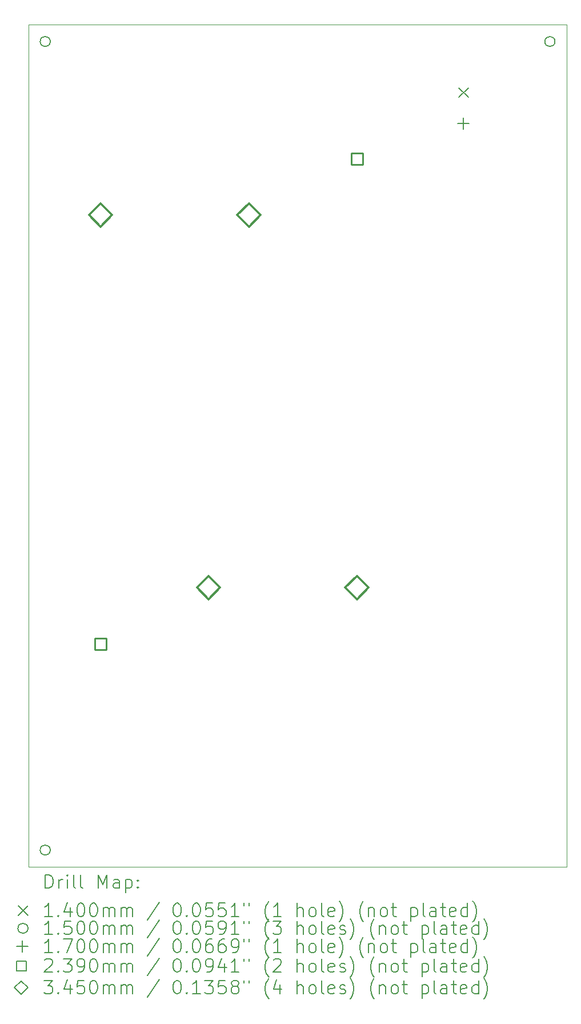
<source format=gbr>
%TF.GenerationSoftware,KiCad,Pcbnew,6.0.11+dfsg-1*%
%TF.CreationDate,2023-09-05T11:20:03+01:00*%
%TF.ProjectId,low-noise-power-probe-panel,6c6f772d-6e6f-4697-9365-2d706f776572,rev?*%
%TF.SameCoordinates,Original*%
%TF.FileFunction,Drillmap*%
%TF.FilePolarity,Positive*%
%FSLAX45Y45*%
G04 Gerber Fmt 4.5, Leading zero omitted, Abs format (unit mm)*
G04 Created by KiCad (PCBNEW 6.0.11+dfsg-1) date 2023-09-05 11:20:03*
%MOMM*%
%LPD*%
G01*
G04 APERTURE LIST*
%ADD10C,0.100000*%
%ADD11C,0.200000*%
%ADD12C,0.140000*%
%ADD13C,0.150000*%
%ADD14C,0.170000*%
%ADD15C,0.239000*%
%ADD16C,0.345000*%
G04 APERTURE END LIST*
D10*
X24989117Y-14479987D02*
X24989165Y-14479980D01*
X24989068Y-14479992D02*
X24989117Y-14479987D01*
X24989970Y-2000786D02*
X24989958Y-2000739D01*
X17010056Y-2000692D02*
X17010042Y-2000739D01*
X17010006Y-14479019D02*
X17010008Y-14479068D01*
X17010883Y-14479987D02*
X17010932Y-14479992D01*
X17010739Y-14479958D02*
X17010786Y-14479970D01*
X24989570Y-14479812D02*
X24989610Y-14479783D01*
X24989970Y-14479214D02*
X24989980Y-14479165D01*
X24989865Y-14479487D02*
X24989888Y-14479444D01*
X17010646Y-14479927D02*
X17010692Y-14479944D01*
X24989812Y-2000430D02*
X24989783Y-2000390D01*
X24989308Y-2000056D02*
X24989261Y-2000042D01*
X17010281Y-14479684D02*
X17010316Y-14479719D01*
X24989261Y-14479958D02*
X24989308Y-14479944D01*
X24989888Y-2000556D02*
X24989865Y-2000512D01*
X17010352Y-14479752D02*
X17010390Y-14479783D01*
X17010883Y-2000013D02*
X17010834Y-2000020D01*
X17010739Y-2000042D02*
X17010692Y-2000056D01*
X17010188Y-2000430D02*
X17010161Y-2000470D01*
X17010513Y-14479865D02*
X17010556Y-14479888D01*
X24989444Y-2000112D02*
X24989400Y-2000091D01*
X24989865Y-2000512D02*
X24989839Y-2000470D01*
X17010556Y-14479888D02*
X17010600Y-14479909D01*
X17010072Y-14479354D02*
X17010091Y-14479400D01*
X17011203Y-2000000D02*
X17010981Y-2000006D01*
X24988773Y-2000000D02*
X17011227Y-2000000D01*
X24989214Y-14479970D02*
X24989261Y-14479958D01*
X17010470Y-14479839D02*
X17010513Y-14479865D01*
X17010834Y-14479980D02*
X17010883Y-14479987D01*
X17010600Y-14479909D02*
X17010646Y-14479927D01*
X24989994Y-14479019D02*
X24990000Y-14478797D01*
X17010030Y-2000786D02*
X17010020Y-2000834D01*
X17010042Y-14479261D02*
X17010056Y-14479308D01*
X17010692Y-2000056D02*
X17010646Y-2000072D01*
X24989987Y-14479117D02*
X24989992Y-14479068D01*
X24989888Y-14479444D02*
X24989909Y-14479400D01*
X17010281Y-2000316D02*
X17010248Y-2000352D01*
X24989752Y-14479648D02*
X24989783Y-14479610D01*
X24989980Y-2000834D02*
X24989970Y-2000786D01*
X17010000Y-14478797D02*
X17010006Y-14479019D01*
X24989354Y-2000072D02*
X24989308Y-2000056D01*
X17010470Y-2000160D02*
X17010430Y-2000188D01*
X17010135Y-14479487D02*
X17010161Y-14479529D01*
X17010000Y-14478773D02*
X17010000Y-14478797D01*
X24988773Y-14480000D02*
X24988797Y-14480000D01*
X17010430Y-2000188D02*
X17010390Y-2000217D01*
X24989019Y-14479994D02*
X24989068Y-14479992D01*
X24989909Y-14479400D02*
X24989927Y-14479354D01*
X24989308Y-14479944D02*
X24989354Y-14479927D01*
X24989944Y-14479308D02*
X24989958Y-14479261D01*
X17010161Y-14479529D02*
X17010188Y-14479570D01*
X24988797Y-14480000D02*
X24989019Y-14479994D01*
X24989994Y-2000981D02*
X24989992Y-2000932D01*
X24989752Y-2000352D02*
X24989719Y-2000316D01*
X24989839Y-2000470D02*
X24989812Y-2000430D01*
X24989783Y-2000390D02*
X24989752Y-2000352D01*
X17010981Y-2000006D02*
X17010981Y-2000006D01*
X17010006Y-2000981D02*
X17010000Y-2001203D01*
X24989648Y-14479752D02*
X24989684Y-14479719D01*
X24989068Y-2000008D02*
X24989019Y-2000006D01*
X17010000Y-2001227D02*
X17010000Y-14478773D01*
X24989909Y-2000600D02*
X24989888Y-2000556D01*
X17010786Y-14479970D02*
X17010834Y-14479980D01*
X17010091Y-14479400D02*
X17010112Y-14479444D01*
X24989783Y-14479610D02*
X24989812Y-14479570D01*
X17010786Y-2000030D02*
X17010739Y-2000042D01*
X24989992Y-14479068D02*
X24989994Y-14479019D01*
X24989487Y-2000135D02*
X24989444Y-2000112D01*
X24990000Y-2001227D02*
X24990000Y-2001203D01*
X24989400Y-2000091D02*
X24989354Y-2000072D01*
X24989165Y-2000020D02*
X24989117Y-2000013D01*
X24989958Y-14479261D02*
X24989970Y-14479214D01*
X24989719Y-2000316D02*
X24989684Y-2000281D01*
X24989812Y-14479570D02*
X24989839Y-14479529D01*
X17010112Y-14479444D02*
X17010135Y-14479487D01*
X24989261Y-2000042D02*
X24989214Y-2000030D01*
X24989927Y-2000645D02*
X24989909Y-2000600D01*
X24988797Y-2000000D02*
X24988773Y-2000000D01*
X24990000Y-14478797D02*
X24990000Y-14478773D01*
X17010008Y-14479068D02*
X17010013Y-14479117D01*
X17010112Y-2000556D02*
X17010091Y-2000600D01*
X17010692Y-14479944D02*
X17010739Y-14479958D01*
X17010834Y-2000020D02*
X17010786Y-2000030D01*
X17010248Y-14479648D02*
X17010281Y-14479684D01*
X24990000Y-2001203D02*
X24989994Y-2000981D01*
X17010056Y-14479308D02*
X17010072Y-14479354D01*
X17010217Y-14479610D02*
X17010248Y-14479648D01*
X24989444Y-14479888D02*
X24989487Y-14479865D01*
X24989529Y-2000160D02*
X24989487Y-2000135D01*
X24989487Y-14479865D02*
X24989529Y-14479839D01*
X17010030Y-14479214D02*
X17010042Y-14479261D01*
X17010008Y-2000932D02*
X17010006Y-2000981D01*
X24989610Y-2000217D02*
X24989570Y-2000188D01*
X24989570Y-2000188D02*
X24989529Y-2000160D01*
X17010981Y-14479994D02*
X17011203Y-14480000D01*
X24989354Y-14479927D02*
X24989400Y-14479909D01*
X24989980Y-14479165D02*
X24989987Y-14479117D01*
X17011203Y-14480000D02*
X17011227Y-14480000D01*
X17010316Y-14479719D02*
X17010352Y-14479752D01*
X17010390Y-14479783D02*
X17010430Y-14479812D01*
X24989958Y-2000739D02*
X24989944Y-2000692D01*
X17010135Y-2000512D02*
X17010112Y-2000556D01*
X24989684Y-14479719D02*
X24989719Y-14479684D01*
X24989019Y-2000006D02*
X24988797Y-2000000D01*
X17010020Y-14479165D02*
X17010030Y-14479214D01*
X24989165Y-14479980D02*
X24989214Y-14479970D01*
X17010932Y-14479992D02*
X17010981Y-14479994D01*
X17010013Y-14479117D02*
X17010020Y-14479165D01*
X24989992Y-2000932D02*
X24989987Y-2000883D01*
X17010217Y-2000390D02*
X17010188Y-2000430D01*
X24989610Y-14479783D02*
X24989648Y-14479752D01*
X24989648Y-2000248D02*
X24989610Y-2000217D01*
X24989529Y-14479839D02*
X24989570Y-14479812D01*
X17010981Y-2000006D02*
X17010932Y-2000008D01*
X17010352Y-2000248D02*
X17010316Y-2000281D01*
X17011227Y-2000000D02*
X17011203Y-2000000D01*
X17010248Y-2000352D02*
X17010217Y-2000390D01*
X17010932Y-2000008D02*
X17010883Y-2000013D01*
X17010072Y-2000645D02*
X17010056Y-2000692D01*
X17010161Y-2000470D02*
X17010135Y-2000512D01*
X17010020Y-2000834D02*
X17010013Y-2000883D01*
X24990000Y-14478773D02*
X24990000Y-2001227D01*
X24989944Y-2000692D02*
X24989927Y-2000645D01*
X17010600Y-2000091D02*
X17010556Y-2000112D01*
X17010390Y-2000217D02*
X17010352Y-2000248D01*
X17010556Y-2000112D02*
X17010513Y-2000135D01*
X24989987Y-2000883D02*
X24989980Y-2000834D01*
X17011227Y-14480000D02*
X24988773Y-14480000D01*
X17010000Y-2001203D02*
X17010000Y-2001227D01*
X17010013Y-2000883D02*
X17010008Y-2000932D01*
X17010091Y-2000600D02*
X17010072Y-2000645D01*
X24989839Y-14479529D02*
X24989865Y-14479487D01*
X17010646Y-2000072D02*
X17010600Y-2000091D01*
X24989400Y-14479909D02*
X24989444Y-14479888D01*
X24989684Y-2000281D02*
X24989648Y-2000248D01*
X24989927Y-14479354D02*
X24989944Y-14479308D01*
X17010316Y-2000281D02*
X17010281Y-2000316D01*
X24989214Y-2000030D02*
X24989165Y-2000020D01*
X17010513Y-2000135D02*
X17010470Y-2000160D01*
X24989719Y-14479684D02*
X24989752Y-14479648D01*
X24989117Y-2000013D02*
X24989068Y-2000008D01*
X17010188Y-14479570D02*
X17010217Y-14479610D01*
X17010042Y-2000739D02*
X17010030Y-2000786D01*
X17010430Y-14479812D02*
X17010470Y-14479839D01*
D11*
D12*
X23390000Y-2935000D02*
X23530000Y-3075000D01*
X23530000Y-2935000D02*
X23390000Y-3075000D01*
D13*
X17335000Y-2250000D02*
G75*
G03*
X17335000Y-2250000I-75000J0D01*
G01*
X17335000Y-14230000D02*
G75*
G03*
X17335000Y-14230000I-75000J0D01*
G01*
X24815000Y-2250000D02*
G75*
G03*
X24815000Y-2250000I-75000J0D01*
G01*
D14*
X23460000Y-3380000D02*
X23460000Y-3550000D01*
X23375000Y-3465000D02*
X23545000Y-3465000D01*
D15*
X18164500Y-11257500D02*
X18164500Y-11088500D01*
X17995500Y-11088500D01*
X17995500Y-11257500D01*
X18164500Y-11257500D01*
X21964500Y-4071500D02*
X21964500Y-3902500D01*
X21795500Y-3902500D01*
X21795500Y-4071500D01*
X21964500Y-4071500D01*
D16*
X18080000Y-4992500D02*
X18252500Y-4820000D01*
X18080000Y-4647500D01*
X17907500Y-4820000D01*
X18080000Y-4992500D01*
X19680000Y-10512500D02*
X19852500Y-10340000D01*
X19680000Y-10167500D01*
X19507500Y-10340000D01*
X19680000Y-10512500D01*
X20280000Y-4992500D02*
X20452500Y-4820000D01*
X20280000Y-4647500D01*
X20107500Y-4820000D01*
X20280000Y-4992500D01*
X21880000Y-10512500D02*
X22052500Y-10340000D01*
X21880000Y-10167500D01*
X21707500Y-10340000D01*
X21880000Y-10512500D01*
D11*
X17262619Y-14795476D02*
X17262619Y-14595476D01*
X17310238Y-14595476D01*
X17338810Y-14605000D01*
X17357857Y-14624048D01*
X17367381Y-14643095D01*
X17376905Y-14681190D01*
X17376905Y-14709762D01*
X17367381Y-14747857D01*
X17357857Y-14766905D01*
X17338810Y-14785952D01*
X17310238Y-14795476D01*
X17262619Y-14795476D01*
X17462619Y-14795476D02*
X17462619Y-14662143D01*
X17462619Y-14700238D02*
X17472143Y-14681190D01*
X17481667Y-14671667D01*
X17500714Y-14662143D01*
X17519762Y-14662143D01*
X17586429Y-14795476D02*
X17586429Y-14662143D01*
X17586429Y-14595476D02*
X17576905Y-14605000D01*
X17586429Y-14614524D01*
X17595952Y-14605000D01*
X17586429Y-14595476D01*
X17586429Y-14614524D01*
X17710238Y-14795476D02*
X17691190Y-14785952D01*
X17681667Y-14766905D01*
X17681667Y-14595476D01*
X17815000Y-14795476D02*
X17795952Y-14785952D01*
X17786429Y-14766905D01*
X17786429Y-14595476D01*
X18043571Y-14795476D02*
X18043571Y-14595476D01*
X18110238Y-14738333D01*
X18176905Y-14595476D01*
X18176905Y-14795476D01*
X18357857Y-14795476D02*
X18357857Y-14690714D01*
X18348333Y-14671667D01*
X18329286Y-14662143D01*
X18291190Y-14662143D01*
X18272143Y-14671667D01*
X18357857Y-14785952D02*
X18338810Y-14795476D01*
X18291190Y-14795476D01*
X18272143Y-14785952D01*
X18262619Y-14766905D01*
X18262619Y-14747857D01*
X18272143Y-14728809D01*
X18291190Y-14719286D01*
X18338810Y-14719286D01*
X18357857Y-14709762D01*
X18453095Y-14662143D02*
X18453095Y-14862143D01*
X18453095Y-14671667D02*
X18472143Y-14662143D01*
X18510238Y-14662143D01*
X18529286Y-14671667D01*
X18538810Y-14681190D01*
X18548333Y-14700238D01*
X18548333Y-14757381D01*
X18538810Y-14776428D01*
X18529286Y-14785952D01*
X18510238Y-14795476D01*
X18472143Y-14795476D01*
X18453095Y-14785952D01*
X18634048Y-14776428D02*
X18643571Y-14785952D01*
X18634048Y-14795476D01*
X18624524Y-14785952D01*
X18634048Y-14776428D01*
X18634048Y-14795476D01*
X18634048Y-14671667D02*
X18643571Y-14681190D01*
X18634048Y-14690714D01*
X18624524Y-14681190D01*
X18634048Y-14671667D01*
X18634048Y-14690714D01*
D12*
X16865000Y-15055000D02*
X17005000Y-15195000D01*
X17005000Y-15055000D02*
X16865000Y-15195000D01*
D11*
X17367381Y-15215476D02*
X17253095Y-15215476D01*
X17310238Y-15215476D02*
X17310238Y-15015476D01*
X17291190Y-15044048D01*
X17272143Y-15063095D01*
X17253095Y-15072619D01*
X17453095Y-15196428D02*
X17462619Y-15205952D01*
X17453095Y-15215476D01*
X17443571Y-15205952D01*
X17453095Y-15196428D01*
X17453095Y-15215476D01*
X17634048Y-15082143D02*
X17634048Y-15215476D01*
X17586429Y-15005952D02*
X17538810Y-15148809D01*
X17662619Y-15148809D01*
X17776905Y-15015476D02*
X17795952Y-15015476D01*
X17815000Y-15025000D01*
X17824524Y-15034524D01*
X17834048Y-15053571D01*
X17843571Y-15091667D01*
X17843571Y-15139286D01*
X17834048Y-15177381D01*
X17824524Y-15196428D01*
X17815000Y-15205952D01*
X17795952Y-15215476D01*
X17776905Y-15215476D01*
X17757857Y-15205952D01*
X17748333Y-15196428D01*
X17738810Y-15177381D01*
X17729286Y-15139286D01*
X17729286Y-15091667D01*
X17738810Y-15053571D01*
X17748333Y-15034524D01*
X17757857Y-15025000D01*
X17776905Y-15015476D01*
X17967381Y-15015476D02*
X17986429Y-15015476D01*
X18005476Y-15025000D01*
X18015000Y-15034524D01*
X18024524Y-15053571D01*
X18034048Y-15091667D01*
X18034048Y-15139286D01*
X18024524Y-15177381D01*
X18015000Y-15196428D01*
X18005476Y-15205952D01*
X17986429Y-15215476D01*
X17967381Y-15215476D01*
X17948333Y-15205952D01*
X17938810Y-15196428D01*
X17929286Y-15177381D01*
X17919762Y-15139286D01*
X17919762Y-15091667D01*
X17929286Y-15053571D01*
X17938810Y-15034524D01*
X17948333Y-15025000D01*
X17967381Y-15015476D01*
X18119762Y-15215476D02*
X18119762Y-15082143D01*
X18119762Y-15101190D02*
X18129286Y-15091667D01*
X18148333Y-15082143D01*
X18176905Y-15082143D01*
X18195952Y-15091667D01*
X18205476Y-15110714D01*
X18205476Y-15215476D01*
X18205476Y-15110714D02*
X18215000Y-15091667D01*
X18234048Y-15082143D01*
X18262619Y-15082143D01*
X18281667Y-15091667D01*
X18291190Y-15110714D01*
X18291190Y-15215476D01*
X18386429Y-15215476D02*
X18386429Y-15082143D01*
X18386429Y-15101190D02*
X18395952Y-15091667D01*
X18415000Y-15082143D01*
X18443571Y-15082143D01*
X18462619Y-15091667D01*
X18472143Y-15110714D01*
X18472143Y-15215476D01*
X18472143Y-15110714D02*
X18481667Y-15091667D01*
X18500714Y-15082143D01*
X18529286Y-15082143D01*
X18548333Y-15091667D01*
X18557857Y-15110714D01*
X18557857Y-15215476D01*
X18948333Y-15005952D02*
X18776905Y-15263095D01*
X19205476Y-15015476D02*
X19224524Y-15015476D01*
X19243571Y-15025000D01*
X19253095Y-15034524D01*
X19262619Y-15053571D01*
X19272143Y-15091667D01*
X19272143Y-15139286D01*
X19262619Y-15177381D01*
X19253095Y-15196428D01*
X19243571Y-15205952D01*
X19224524Y-15215476D01*
X19205476Y-15215476D01*
X19186429Y-15205952D01*
X19176905Y-15196428D01*
X19167381Y-15177381D01*
X19157857Y-15139286D01*
X19157857Y-15091667D01*
X19167381Y-15053571D01*
X19176905Y-15034524D01*
X19186429Y-15025000D01*
X19205476Y-15015476D01*
X19357857Y-15196428D02*
X19367381Y-15205952D01*
X19357857Y-15215476D01*
X19348333Y-15205952D01*
X19357857Y-15196428D01*
X19357857Y-15215476D01*
X19491190Y-15015476D02*
X19510238Y-15015476D01*
X19529286Y-15025000D01*
X19538810Y-15034524D01*
X19548333Y-15053571D01*
X19557857Y-15091667D01*
X19557857Y-15139286D01*
X19548333Y-15177381D01*
X19538810Y-15196428D01*
X19529286Y-15205952D01*
X19510238Y-15215476D01*
X19491190Y-15215476D01*
X19472143Y-15205952D01*
X19462619Y-15196428D01*
X19453095Y-15177381D01*
X19443571Y-15139286D01*
X19443571Y-15091667D01*
X19453095Y-15053571D01*
X19462619Y-15034524D01*
X19472143Y-15025000D01*
X19491190Y-15015476D01*
X19738810Y-15015476D02*
X19643571Y-15015476D01*
X19634048Y-15110714D01*
X19643571Y-15101190D01*
X19662619Y-15091667D01*
X19710238Y-15091667D01*
X19729286Y-15101190D01*
X19738810Y-15110714D01*
X19748333Y-15129762D01*
X19748333Y-15177381D01*
X19738810Y-15196428D01*
X19729286Y-15205952D01*
X19710238Y-15215476D01*
X19662619Y-15215476D01*
X19643571Y-15205952D01*
X19634048Y-15196428D01*
X19929286Y-15015476D02*
X19834048Y-15015476D01*
X19824524Y-15110714D01*
X19834048Y-15101190D01*
X19853095Y-15091667D01*
X19900714Y-15091667D01*
X19919762Y-15101190D01*
X19929286Y-15110714D01*
X19938810Y-15129762D01*
X19938810Y-15177381D01*
X19929286Y-15196428D01*
X19919762Y-15205952D01*
X19900714Y-15215476D01*
X19853095Y-15215476D01*
X19834048Y-15205952D01*
X19824524Y-15196428D01*
X20129286Y-15215476D02*
X20015000Y-15215476D01*
X20072143Y-15215476D02*
X20072143Y-15015476D01*
X20053095Y-15044048D01*
X20034048Y-15063095D01*
X20015000Y-15072619D01*
X20205476Y-15015476D02*
X20205476Y-15053571D01*
X20281667Y-15015476D02*
X20281667Y-15053571D01*
X20576905Y-15291667D02*
X20567381Y-15282143D01*
X20548333Y-15253571D01*
X20538810Y-15234524D01*
X20529286Y-15205952D01*
X20519762Y-15158333D01*
X20519762Y-15120238D01*
X20529286Y-15072619D01*
X20538810Y-15044048D01*
X20548333Y-15025000D01*
X20567381Y-14996428D01*
X20576905Y-14986905D01*
X20757857Y-15215476D02*
X20643571Y-15215476D01*
X20700714Y-15215476D02*
X20700714Y-15015476D01*
X20681667Y-15044048D01*
X20662619Y-15063095D01*
X20643571Y-15072619D01*
X20995952Y-15215476D02*
X20995952Y-15015476D01*
X21081667Y-15215476D02*
X21081667Y-15110714D01*
X21072143Y-15091667D01*
X21053095Y-15082143D01*
X21024524Y-15082143D01*
X21005476Y-15091667D01*
X20995952Y-15101190D01*
X21205476Y-15215476D02*
X21186429Y-15205952D01*
X21176905Y-15196428D01*
X21167381Y-15177381D01*
X21167381Y-15120238D01*
X21176905Y-15101190D01*
X21186429Y-15091667D01*
X21205476Y-15082143D01*
X21234048Y-15082143D01*
X21253095Y-15091667D01*
X21262619Y-15101190D01*
X21272143Y-15120238D01*
X21272143Y-15177381D01*
X21262619Y-15196428D01*
X21253095Y-15205952D01*
X21234048Y-15215476D01*
X21205476Y-15215476D01*
X21386429Y-15215476D02*
X21367381Y-15205952D01*
X21357857Y-15186905D01*
X21357857Y-15015476D01*
X21538810Y-15205952D02*
X21519762Y-15215476D01*
X21481667Y-15215476D01*
X21462619Y-15205952D01*
X21453095Y-15186905D01*
X21453095Y-15110714D01*
X21462619Y-15091667D01*
X21481667Y-15082143D01*
X21519762Y-15082143D01*
X21538810Y-15091667D01*
X21548333Y-15110714D01*
X21548333Y-15129762D01*
X21453095Y-15148809D01*
X21615000Y-15291667D02*
X21624524Y-15282143D01*
X21643571Y-15253571D01*
X21653095Y-15234524D01*
X21662619Y-15205952D01*
X21672143Y-15158333D01*
X21672143Y-15120238D01*
X21662619Y-15072619D01*
X21653095Y-15044048D01*
X21643571Y-15025000D01*
X21624524Y-14996428D01*
X21615000Y-14986905D01*
X21976905Y-15291667D02*
X21967381Y-15282143D01*
X21948333Y-15253571D01*
X21938810Y-15234524D01*
X21929286Y-15205952D01*
X21919762Y-15158333D01*
X21919762Y-15120238D01*
X21929286Y-15072619D01*
X21938810Y-15044048D01*
X21948333Y-15025000D01*
X21967381Y-14996428D01*
X21976905Y-14986905D01*
X22053095Y-15082143D02*
X22053095Y-15215476D01*
X22053095Y-15101190D02*
X22062619Y-15091667D01*
X22081667Y-15082143D01*
X22110238Y-15082143D01*
X22129286Y-15091667D01*
X22138810Y-15110714D01*
X22138810Y-15215476D01*
X22262619Y-15215476D02*
X22243571Y-15205952D01*
X22234048Y-15196428D01*
X22224524Y-15177381D01*
X22224524Y-15120238D01*
X22234048Y-15101190D01*
X22243571Y-15091667D01*
X22262619Y-15082143D01*
X22291190Y-15082143D01*
X22310238Y-15091667D01*
X22319762Y-15101190D01*
X22329286Y-15120238D01*
X22329286Y-15177381D01*
X22319762Y-15196428D01*
X22310238Y-15205952D01*
X22291190Y-15215476D01*
X22262619Y-15215476D01*
X22386428Y-15082143D02*
X22462619Y-15082143D01*
X22415000Y-15015476D02*
X22415000Y-15186905D01*
X22424524Y-15205952D01*
X22443571Y-15215476D01*
X22462619Y-15215476D01*
X22681667Y-15082143D02*
X22681667Y-15282143D01*
X22681667Y-15091667D02*
X22700714Y-15082143D01*
X22738809Y-15082143D01*
X22757857Y-15091667D01*
X22767381Y-15101190D01*
X22776905Y-15120238D01*
X22776905Y-15177381D01*
X22767381Y-15196428D01*
X22757857Y-15205952D01*
X22738809Y-15215476D01*
X22700714Y-15215476D01*
X22681667Y-15205952D01*
X22891190Y-15215476D02*
X22872143Y-15205952D01*
X22862619Y-15186905D01*
X22862619Y-15015476D01*
X23053095Y-15215476D02*
X23053095Y-15110714D01*
X23043571Y-15091667D01*
X23024524Y-15082143D01*
X22986428Y-15082143D01*
X22967381Y-15091667D01*
X23053095Y-15205952D02*
X23034048Y-15215476D01*
X22986428Y-15215476D01*
X22967381Y-15205952D01*
X22957857Y-15186905D01*
X22957857Y-15167857D01*
X22967381Y-15148809D01*
X22986428Y-15139286D01*
X23034048Y-15139286D01*
X23053095Y-15129762D01*
X23119762Y-15082143D02*
X23195952Y-15082143D01*
X23148333Y-15015476D02*
X23148333Y-15186905D01*
X23157857Y-15205952D01*
X23176905Y-15215476D01*
X23195952Y-15215476D01*
X23338809Y-15205952D02*
X23319762Y-15215476D01*
X23281667Y-15215476D01*
X23262619Y-15205952D01*
X23253095Y-15186905D01*
X23253095Y-15110714D01*
X23262619Y-15091667D01*
X23281667Y-15082143D01*
X23319762Y-15082143D01*
X23338809Y-15091667D01*
X23348333Y-15110714D01*
X23348333Y-15129762D01*
X23253095Y-15148809D01*
X23519762Y-15215476D02*
X23519762Y-15015476D01*
X23519762Y-15205952D02*
X23500714Y-15215476D01*
X23462619Y-15215476D01*
X23443571Y-15205952D01*
X23434048Y-15196428D01*
X23424524Y-15177381D01*
X23424524Y-15120238D01*
X23434048Y-15101190D01*
X23443571Y-15091667D01*
X23462619Y-15082143D01*
X23500714Y-15082143D01*
X23519762Y-15091667D01*
X23595952Y-15291667D02*
X23605476Y-15282143D01*
X23624524Y-15253571D01*
X23634048Y-15234524D01*
X23643571Y-15205952D01*
X23653095Y-15158333D01*
X23653095Y-15120238D01*
X23643571Y-15072619D01*
X23634048Y-15044048D01*
X23624524Y-15025000D01*
X23605476Y-14996428D01*
X23595952Y-14986905D01*
D13*
X17005000Y-15389000D02*
G75*
G03*
X17005000Y-15389000I-75000J0D01*
G01*
D11*
X17367381Y-15479476D02*
X17253095Y-15479476D01*
X17310238Y-15479476D02*
X17310238Y-15279476D01*
X17291190Y-15308048D01*
X17272143Y-15327095D01*
X17253095Y-15336619D01*
X17453095Y-15460428D02*
X17462619Y-15469952D01*
X17453095Y-15479476D01*
X17443571Y-15469952D01*
X17453095Y-15460428D01*
X17453095Y-15479476D01*
X17643571Y-15279476D02*
X17548333Y-15279476D01*
X17538810Y-15374714D01*
X17548333Y-15365190D01*
X17567381Y-15355667D01*
X17615000Y-15355667D01*
X17634048Y-15365190D01*
X17643571Y-15374714D01*
X17653095Y-15393762D01*
X17653095Y-15441381D01*
X17643571Y-15460428D01*
X17634048Y-15469952D01*
X17615000Y-15479476D01*
X17567381Y-15479476D01*
X17548333Y-15469952D01*
X17538810Y-15460428D01*
X17776905Y-15279476D02*
X17795952Y-15279476D01*
X17815000Y-15289000D01*
X17824524Y-15298524D01*
X17834048Y-15317571D01*
X17843571Y-15355667D01*
X17843571Y-15403286D01*
X17834048Y-15441381D01*
X17824524Y-15460428D01*
X17815000Y-15469952D01*
X17795952Y-15479476D01*
X17776905Y-15479476D01*
X17757857Y-15469952D01*
X17748333Y-15460428D01*
X17738810Y-15441381D01*
X17729286Y-15403286D01*
X17729286Y-15355667D01*
X17738810Y-15317571D01*
X17748333Y-15298524D01*
X17757857Y-15289000D01*
X17776905Y-15279476D01*
X17967381Y-15279476D02*
X17986429Y-15279476D01*
X18005476Y-15289000D01*
X18015000Y-15298524D01*
X18024524Y-15317571D01*
X18034048Y-15355667D01*
X18034048Y-15403286D01*
X18024524Y-15441381D01*
X18015000Y-15460428D01*
X18005476Y-15469952D01*
X17986429Y-15479476D01*
X17967381Y-15479476D01*
X17948333Y-15469952D01*
X17938810Y-15460428D01*
X17929286Y-15441381D01*
X17919762Y-15403286D01*
X17919762Y-15355667D01*
X17929286Y-15317571D01*
X17938810Y-15298524D01*
X17948333Y-15289000D01*
X17967381Y-15279476D01*
X18119762Y-15479476D02*
X18119762Y-15346143D01*
X18119762Y-15365190D02*
X18129286Y-15355667D01*
X18148333Y-15346143D01*
X18176905Y-15346143D01*
X18195952Y-15355667D01*
X18205476Y-15374714D01*
X18205476Y-15479476D01*
X18205476Y-15374714D02*
X18215000Y-15355667D01*
X18234048Y-15346143D01*
X18262619Y-15346143D01*
X18281667Y-15355667D01*
X18291190Y-15374714D01*
X18291190Y-15479476D01*
X18386429Y-15479476D02*
X18386429Y-15346143D01*
X18386429Y-15365190D02*
X18395952Y-15355667D01*
X18415000Y-15346143D01*
X18443571Y-15346143D01*
X18462619Y-15355667D01*
X18472143Y-15374714D01*
X18472143Y-15479476D01*
X18472143Y-15374714D02*
X18481667Y-15355667D01*
X18500714Y-15346143D01*
X18529286Y-15346143D01*
X18548333Y-15355667D01*
X18557857Y-15374714D01*
X18557857Y-15479476D01*
X18948333Y-15269952D02*
X18776905Y-15527095D01*
X19205476Y-15279476D02*
X19224524Y-15279476D01*
X19243571Y-15289000D01*
X19253095Y-15298524D01*
X19262619Y-15317571D01*
X19272143Y-15355667D01*
X19272143Y-15403286D01*
X19262619Y-15441381D01*
X19253095Y-15460428D01*
X19243571Y-15469952D01*
X19224524Y-15479476D01*
X19205476Y-15479476D01*
X19186429Y-15469952D01*
X19176905Y-15460428D01*
X19167381Y-15441381D01*
X19157857Y-15403286D01*
X19157857Y-15355667D01*
X19167381Y-15317571D01*
X19176905Y-15298524D01*
X19186429Y-15289000D01*
X19205476Y-15279476D01*
X19357857Y-15460428D02*
X19367381Y-15469952D01*
X19357857Y-15479476D01*
X19348333Y-15469952D01*
X19357857Y-15460428D01*
X19357857Y-15479476D01*
X19491190Y-15279476D02*
X19510238Y-15279476D01*
X19529286Y-15289000D01*
X19538810Y-15298524D01*
X19548333Y-15317571D01*
X19557857Y-15355667D01*
X19557857Y-15403286D01*
X19548333Y-15441381D01*
X19538810Y-15460428D01*
X19529286Y-15469952D01*
X19510238Y-15479476D01*
X19491190Y-15479476D01*
X19472143Y-15469952D01*
X19462619Y-15460428D01*
X19453095Y-15441381D01*
X19443571Y-15403286D01*
X19443571Y-15355667D01*
X19453095Y-15317571D01*
X19462619Y-15298524D01*
X19472143Y-15289000D01*
X19491190Y-15279476D01*
X19738810Y-15279476D02*
X19643571Y-15279476D01*
X19634048Y-15374714D01*
X19643571Y-15365190D01*
X19662619Y-15355667D01*
X19710238Y-15355667D01*
X19729286Y-15365190D01*
X19738810Y-15374714D01*
X19748333Y-15393762D01*
X19748333Y-15441381D01*
X19738810Y-15460428D01*
X19729286Y-15469952D01*
X19710238Y-15479476D01*
X19662619Y-15479476D01*
X19643571Y-15469952D01*
X19634048Y-15460428D01*
X19843571Y-15479476D02*
X19881667Y-15479476D01*
X19900714Y-15469952D01*
X19910238Y-15460428D01*
X19929286Y-15431857D01*
X19938810Y-15393762D01*
X19938810Y-15317571D01*
X19929286Y-15298524D01*
X19919762Y-15289000D01*
X19900714Y-15279476D01*
X19862619Y-15279476D01*
X19843571Y-15289000D01*
X19834048Y-15298524D01*
X19824524Y-15317571D01*
X19824524Y-15365190D01*
X19834048Y-15384238D01*
X19843571Y-15393762D01*
X19862619Y-15403286D01*
X19900714Y-15403286D01*
X19919762Y-15393762D01*
X19929286Y-15384238D01*
X19938810Y-15365190D01*
X20129286Y-15479476D02*
X20015000Y-15479476D01*
X20072143Y-15479476D02*
X20072143Y-15279476D01*
X20053095Y-15308048D01*
X20034048Y-15327095D01*
X20015000Y-15336619D01*
X20205476Y-15279476D02*
X20205476Y-15317571D01*
X20281667Y-15279476D02*
X20281667Y-15317571D01*
X20576905Y-15555667D02*
X20567381Y-15546143D01*
X20548333Y-15517571D01*
X20538810Y-15498524D01*
X20529286Y-15469952D01*
X20519762Y-15422333D01*
X20519762Y-15384238D01*
X20529286Y-15336619D01*
X20538810Y-15308048D01*
X20548333Y-15289000D01*
X20567381Y-15260428D01*
X20576905Y-15250905D01*
X20634048Y-15279476D02*
X20757857Y-15279476D01*
X20691190Y-15355667D01*
X20719762Y-15355667D01*
X20738810Y-15365190D01*
X20748333Y-15374714D01*
X20757857Y-15393762D01*
X20757857Y-15441381D01*
X20748333Y-15460428D01*
X20738810Y-15469952D01*
X20719762Y-15479476D01*
X20662619Y-15479476D01*
X20643571Y-15469952D01*
X20634048Y-15460428D01*
X20995952Y-15479476D02*
X20995952Y-15279476D01*
X21081667Y-15479476D02*
X21081667Y-15374714D01*
X21072143Y-15355667D01*
X21053095Y-15346143D01*
X21024524Y-15346143D01*
X21005476Y-15355667D01*
X20995952Y-15365190D01*
X21205476Y-15479476D02*
X21186429Y-15469952D01*
X21176905Y-15460428D01*
X21167381Y-15441381D01*
X21167381Y-15384238D01*
X21176905Y-15365190D01*
X21186429Y-15355667D01*
X21205476Y-15346143D01*
X21234048Y-15346143D01*
X21253095Y-15355667D01*
X21262619Y-15365190D01*
X21272143Y-15384238D01*
X21272143Y-15441381D01*
X21262619Y-15460428D01*
X21253095Y-15469952D01*
X21234048Y-15479476D01*
X21205476Y-15479476D01*
X21386429Y-15479476D02*
X21367381Y-15469952D01*
X21357857Y-15450905D01*
X21357857Y-15279476D01*
X21538810Y-15469952D02*
X21519762Y-15479476D01*
X21481667Y-15479476D01*
X21462619Y-15469952D01*
X21453095Y-15450905D01*
X21453095Y-15374714D01*
X21462619Y-15355667D01*
X21481667Y-15346143D01*
X21519762Y-15346143D01*
X21538810Y-15355667D01*
X21548333Y-15374714D01*
X21548333Y-15393762D01*
X21453095Y-15412809D01*
X21624524Y-15469952D02*
X21643571Y-15479476D01*
X21681667Y-15479476D01*
X21700714Y-15469952D01*
X21710238Y-15450905D01*
X21710238Y-15441381D01*
X21700714Y-15422333D01*
X21681667Y-15412809D01*
X21653095Y-15412809D01*
X21634048Y-15403286D01*
X21624524Y-15384238D01*
X21624524Y-15374714D01*
X21634048Y-15355667D01*
X21653095Y-15346143D01*
X21681667Y-15346143D01*
X21700714Y-15355667D01*
X21776905Y-15555667D02*
X21786429Y-15546143D01*
X21805476Y-15517571D01*
X21815000Y-15498524D01*
X21824524Y-15469952D01*
X21834048Y-15422333D01*
X21834048Y-15384238D01*
X21824524Y-15336619D01*
X21815000Y-15308048D01*
X21805476Y-15289000D01*
X21786429Y-15260428D01*
X21776905Y-15250905D01*
X22138810Y-15555667D02*
X22129286Y-15546143D01*
X22110238Y-15517571D01*
X22100714Y-15498524D01*
X22091190Y-15469952D01*
X22081667Y-15422333D01*
X22081667Y-15384238D01*
X22091190Y-15336619D01*
X22100714Y-15308048D01*
X22110238Y-15289000D01*
X22129286Y-15260428D01*
X22138810Y-15250905D01*
X22215000Y-15346143D02*
X22215000Y-15479476D01*
X22215000Y-15365190D02*
X22224524Y-15355667D01*
X22243571Y-15346143D01*
X22272143Y-15346143D01*
X22291190Y-15355667D01*
X22300714Y-15374714D01*
X22300714Y-15479476D01*
X22424524Y-15479476D02*
X22405476Y-15469952D01*
X22395952Y-15460428D01*
X22386428Y-15441381D01*
X22386428Y-15384238D01*
X22395952Y-15365190D01*
X22405476Y-15355667D01*
X22424524Y-15346143D01*
X22453095Y-15346143D01*
X22472143Y-15355667D01*
X22481667Y-15365190D01*
X22491190Y-15384238D01*
X22491190Y-15441381D01*
X22481667Y-15460428D01*
X22472143Y-15469952D01*
X22453095Y-15479476D01*
X22424524Y-15479476D01*
X22548333Y-15346143D02*
X22624524Y-15346143D01*
X22576905Y-15279476D02*
X22576905Y-15450905D01*
X22586428Y-15469952D01*
X22605476Y-15479476D01*
X22624524Y-15479476D01*
X22843571Y-15346143D02*
X22843571Y-15546143D01*
X22843571Y-15355667D02*
X22862619Y-15346143D01*
X22900714Y-15346143D01*
X22919762Y-15355667D01*
X22929286Y-15365190D01*
X22938809Y-15384238D01*
X22938809Y-15441381D01*
X22929286Y-15460428D01*
X22919762Y-15469952D01*
X22900714Y-15479476D01*
X22862619Y-15479476D01*
X22843571Y-15469952D01*
X23053095Y-15479476D02*
X23034048Y-15469952D01*
X23024524Y-15450905D01*
X23024524Y-15279476D01*
X23215000Y-15479476D02*
X23215000Y-15374714D01*
X23205476Y-15355667D01*
X23186428Y-15346143D01*
X23148333Y-15346143D01*
X23129286Y-15355667D01*
X23215000Y-15469952D02*
X23195952Y-15479476D01*
X23148333Y-15479476D01*
X23129286Y-15469952D01*
X23119762Y-15450905D01*
X23119762Y-15431857D01*
X23129286Y-15412809D01*
X23148333Y-15403286D01*
X23195952Y-15403286D01*
X23215000Y-15393762D01*
X23281667Y-15346143D02*
X23357857Y-15346143D01*
X23310238Y-15279476D02*
X23310238Y-15450905D01*
X23319762Y-15469952D01*
X23338809Y-15479476D01*
X23357857Y-15479476D01*
X23500714Y-15469952D02*
X23481667Y-15479476D01*
X23443571Y-15479476D01*
X23424524Y-15469952D01*
X23415000Y-15450905D01*
X23415000Y-15374714D01*
X23424524Y-15355667D01*
X23443571Y-15346143D01*
X23481667Y-15346143D01*
X23500714Y-15355667D01*
X23510238Y-15374714D01*
X23510238Y-15393762D01*
X23415000Y-15412809D01*
X23681667Y-15479476D02*
X23681667Y-15279476D01*
X23681667Y-15469952D02*
X23662619Y-15479476D01*
X23624524Y-15479476D01*
X23605476Y-15469952D01*
X23595952Y-15460428D01*
X23586428Y-15441381D01*
X23586428Y-15384238D01*
X23595952Y-15365190D01*
X23605476Y-15355667D01*
X23624524Y-15346143D01*
X23662619Y-15346143D01*
X23681667Y-15355667D01*
X23757857Y-15555667D02*
X23767381Y-15546143D01*
X23786428Y-15517571D01*
X23795952Y-15498524D01*
X23805476Y-15469952D01*
X23815000Y-15422333D01*
X23815000Y-15384238D01*
X23805476Y-15336619D01*
X23795952Y-15308048D01*
X23786428Y-15289000D01*
X23767381Y-15260428D01*
X23757857Y-15250905D01*
D14*
X16920000Y-15574000D02*
X16920000Y-15744000D01*
X16835000Y-15659000D02*
X17005000Y-15659000D01*
D11*
X17367381Y-15749476D02*
X17253095Y-15749476D01*
X17310238Y-15749476D02*
X17310238Y-15549476D01*
X17291190Y-15578048D01*
X17272143Y-15597095D01*
X17253095Y-15606619D01*
X17453095Y-15730428D02*
X17462619Y-15739952D01*
X17453095Y-15749476D01*
X17443571Y-15739952D01*
X17453095Y-15730428D01*
X17453095Y-15749476D01*
X17529286Y-15549476D02*
X17662619Y-15549476D01*
X17576905Y-15749476D01*
X17776905Y-15549476D02*
X17795952Y-15549476D01*
X17815000Y-15559000D01*
X17824524Y-15568524D01*
X17834048Y-15587571D01*
X17843571Y-15625667D01*
X17843571Y-15673286D01*
X17834048Y-15711381D01*
X17824524Y-15730428D01*
X17815000Y-15739952D01*
X17795952Y-15749476D01*
X17776905Y-15749476D01*
X17757857Y-15739952D01*
X17748333Y-15730428D01*
X17738810Y-15711381D01*
X17729286Y-15673286D01*
X17729286Y-15625667D01*
X17738810Y-15587571D01*
X17748333Y-15568524D01*
X17757857Y-15559000D01*
X17776905Y-15549476D01*
X17967381Y-15549476D02*
X17986429Y-15549476D01*
X18005476Y-15559000D01*
X18015000Y-15568524D01*
X18024524Y-15587571D01*
X18034048Y-15625667D01*
X18034048Y-15673286D01*
X18024524Y-15711381D01*
X18015000Y-15730428D01*
X18005476Y-15739952D01*
X17986429Y-15749476D01*
X17967381Y-15749476D01*
X17948333Y-15739952D01*
X17938810Y-15730428D01*
X17929286Y-15711381D01*
X17919762Y-15673286D01*
X17919762Y-15625667D01*
X17929286Y-15587571D01*
X17938810Y-15568524D01*
X17948333Y-15559000D01*
X17967381Y-15549476D01*
X18119762Y-15749476D02*
X18119762Y-15616143D01*
X18119762Y-15635190D02*
X18129286Y-15625667D01*
X18148333Y-15616143D01*
X18176905Y-15616143D01*
X18195952Y-15625667D01*
X18205476Y-15644714D01*
X18205476Y-15749476D01*
X18205476Y-15644714D02*
X18215000Y-15625667D01*
X18234048Y-15616143D01*
X18262619Y-15616143D01*
X18281667Y-15625667D01*
X18291190Y-15644714D01*
X18291190Y-15749476D01*
X18386429Y-15749476D02*
X18386429Y-15616143D01*
X18386429Y-15635190D02*
X18395952Y-15625667D01*
X18415000Y-15616143D01*
X18443571Y-15616143D01*
X18462619Y-15625667D01*
X18472143Y-15644714D01*
X18472143Y-15749476D01*
X18472143Y-15644714D02*
X18481667Y-15625667D01*
X18500714Y-15616143D01*
X18529286Y-15616143D01*
X18548333Y-15625667D01*
X18557857Y-15644714D01*
X18557857Y-15749476D01*
X18948333Y-15539952D02*
X18776905Y-15797095D01*
X19205476Y-15549476D02*
X19224524Y-15549476D01*
X19243571Y-15559000D01*
X19253095Y-15568524D01*
X19262619Y-15587571D01*
X19272143Y-15625667D01*
X19272143Y-15673286D01*
X19262619Y-15711381D01*
X19253095Y-15730428D01*
X19243571Y-15739952D01*
X19224524Y-15749476D01*
X19205476Y-15749476D01*
X19186429Y-15739952D01*
X19176905Y-15730428D01*
X19167381Y-15711381D01*
X19157857Y-15673286D01*
X19157857Y-15625667D01*
X19167381Y-15587571D01*
X19176905Y-15568524D01*
X19186429Y-15559000D01*
X19205476Y-15549476D01*
X19357857Y-15730428D02*
X19367381Y-15739952D01*
X19357857Y-15749476D01*
X19348333Y-15739952D01*
X19357857Y-15730428D01*
X19357857Y-15749476D01*
X19491190Y-15549476D02*
X19510238Y-15549476D01*
X19529286Y-15559000D01*
X19538810Y-15568524D01*
X19548333Y-15587571D01*
X19557857Y-15625667D01*
X19557857Y-15673286D01*
X19548333Y-15711381D01*
X19538810Y-15730428D01*
X19529286Y-15739952D01*
X19510238Y-15749476D01*
X19491190Y-15749476D01*
X19472143Y-15739952D01*
X19462619Y-15730428D01*
X19453095Y-15711381D01*
X19443571Y-15673286D01*
X19443571Y-15625667D01*
X19453095Y-15587571D01*
X19462619Y-15568524D01*
X19472143Y-15559000D01*
X19491190Y-15549476D01*
X19729286Y-15549476D02*
X19691190Y-15549476D01*
X19672143Y-15559000D01*
X19662619Y-15568524D01*
X19643571Y-15597095D01*
X19634048Y-15635190D01*
X19634048Y-15711381D01*
X19643571Y-15730428D01*
X19653095Y-15739952D01*
X19672143Y-15749476D01*
X19710238Y-15749476D01*
X19729286Y-15739952D01*
X19738810Y-15730428D01*
X19748333Y-15711381D01*
X19748333Y-15663762D01*
X19738810Y-15644714D01*
X19729286Y-15635190D01*
X19710238Y-15625667D01*
X19672143Y-15625667D01*
X19653095Y-15635190D01*
X19643571Y-15644714D01*
X19634048Y-15663762D01*
X19919762Y-15549476D02*
X19881667Y-15549476D01*
X19862619Y-15559000D01*
X19853095Y-15568524D01*
X19834048Y-15597095D01*
X19824524Y-15635190D01*
X19824524Y-15711381D01*
X19834048Y-15730428D01*
X19843571Y-15739952D01*
X19862619Y-15749476D01*
X19900714Y-15749476D01*
X19919762Y-15739952D01*
X19929286Y-15730428D01*
X19938810Y-15711381D01*
X19938810Y-15663762D01*
X19929286Y-15644714D01*
X19919762Y-15635190D01*
X19900714Y-15625667D01*
X19862619Y-15625667D01*
X19843571Y-15635190D01*
X19834048Y-15644714D01*
X19824524Y-15663762D01*
X20034048Y-15749476D02*
X20072143Y-15749476D01*
X20091190Y-15739952D01*
X20100714Y-15730428D01*
X20119762Y-15701857D01*
X20129286Y-15663762D01*
X20129286Y-15587571D01*
X20119762Y-15568524D01*
X20110238Y-15559000D01*
X20091190Y-15549476D01*
X20053095Y-15549476D01*
X20034048Y-15559000D01*
X20024524Y-15568524D01*
X20015000Y-15587571D01*
X20015000Y-15635190D01*
X20024524Y-15654238D01*
X20034048Y-15663762D01*
X20053095Y-15673286D01*
X20091190Y-15673286D01*
X20110238Y-15663762D01*
X20119762Y-15654238D01*
X20129286Y-15635190D01*
X20205476Y-15549476D02*
X20205476Y-15587571D01*
X20281667Y-15549476D02*
X20281667Y-15587571D01*
X20576905Y-15825667D02*
X20567381Y-15816143D01*
X20548333Y-15787571D01*
X20538810Y-15768524D01*
X20529286Y-15739952D01*
X20519762Y-15692333D01*
X20519762Y-15654238D01*
X20529286Y-15606619D01*
X20538810Y-15578048D01*
X20548333Y-15559000D01*
X20567381Y-15530428D01*
X20576905Y-15520905D01*
X20757857Y-15749476D02*
X20643571Y-15749476D01*
X20700714Y-15749476D02*
X20700714Y-15549476D01*
X20681667Y-15578048D01*
X20662619Y-15597095D01*
X20643571Y-15606619D01*
X20995952Y-15749476D02*
X20995952Y-15549476D01*
X21081667Y-15749476D02*
X21081667Y-15644714D01*
X21072143Y-15625667D01*
X21053095Y-15616143D01*
X21024524Y-15616143D01*
X21005476Y-15625667D01*
X20995952Y-15635190D01*
X21205476Y-15749476D02*
X21186429Y-15739952D01*
X21176905Y-15730428D01*
X21167381Y-15711381D01*
X21167381Y-15654238D01*
X21176905Y-15635190D01*
X21186429Y-15625667D01*
X21205476Y-15616143D01*
X21234048Y-15616143D01*
X21253095Y-15625667D01*
X21262619Y-15635190D01*
X21272143Y-15654238D01*
X21272143Y-15711381D01*
X21262619Y-15730428D01*
X21253095Y-15739952D01*
X21234048Y-15749476D01*
X21205476Y-15749476D01*
X21386429Y-15749476D02*
X21367381Y-15739952D01*
X21357857Y-15720905D01*
X21357857Y-15549476D01*
X21538810Y-15739952D02*
X21519762Y-15749476D01*
X21481667Y-15749476D01*
X21462619Y-15739952D01*
X21453095Y-15720905D01*
X21453095Y-15644714D01*
X21462619Y-15625667D01*
X21481667Y-15616143D01*
X21519762Y-15616143D01*
X21538810Y-15625667D01*
X21548333Y-15644714D01*
X21548333Y-15663762D01*
X21453095Y-15682809D01*
X21615000Y-15825667D02*
X21624524Y-15816143D01*
X21643571Y-15787571D01*
X21653095Y-15768524D01*
X21662619Y-15739952D01*
X21672143Y-15692333D01*
X21672143Y-15654238D01*
X21662619Y-15606619D01*
X21653095Y-15578048D01*
X21643571Y-15559000D01*
X21624524Y-15530428D01*
X21615000Y-15520905D01*
X21976905Y-15825667D02*
X21967381Y-15816143D01*
X21948333Y-15787571D01*
X21938810Y-15768524D01*
X21929286Y-15739952D01*
X21919762Y-15692333D01*
X21919762Y-15654238D01*
X21929286Y-15606619D01*
X21938810Y-15578048D01*
X21948333Y-15559000D01*
X21967381Y-15530428D01*
X21976905Y-15520905D01*
X22053095Y-15616143D02*
X22053095Y-15749476D01*
X22053095Y-15635190D02*
X22062619Y-15625667D01*
X22081667Y-15616143D01*
X22110238Y-15616143D01*
X22129286Y-15625667D01*
X22138810Y-15644714D01*
X22138810Y-15749476D01*
X22262619Y-15749476D02*
X22243571Y-15739952D01*
X22234048Y-15730428D01*
X22224524Y-15711381D01*
X22224524Y-15654238D01*
X22234048Y-15635190D01*
X22243571Y-15625667D01*
X22262619Y-15616143D01*
X22291190Y-15616143D01*
X22310238Y-15625667D01*
X22319762Y-15635190D01*
X22329286Y-15654238D01*
X22329286Y-15711381D01*
X22319762Y-15730428D01*
X22310238Y-15739952D01*
X22291190Y-15749476D01*
X22262619Y-15749476D01*
X22386428Y-15616143D02*
X22462619Y-15616143D01*
X22415000Y-15549476D02*
X22415000Y-15720905D01*
X22424524Y-15739952D01*
X22443571Y-15749476D01*
X22462619Y-15749476D01*
X22681667Y-15616143D02*
X22681667Y-15816143D01*
X22681667Y-15625667D02*
X22700714Y-15616143D01*
X22738809Y-15616143D01*
X22757857Y-15625667D01*
X22767381Y-15635190D01*
X22776905Y-15654238D01*
X22776905Y-15711381D01*
X22767381Y-15730428D01*
X22757857Y-15739952D01*
X22738809Y-15749476D01*
X22700714Y-15749476D01*
X22681667Y-15739952D01*
X22891190Y-15749476D02*
X22872143Y-15739952D01*
X22862619Y-15720905D01*
X22862619Y-15549476D01*
X23053095Y-15749476D02*
X23053095Y-15644714D01*
X23043571Y-15625667D01*
X23024524Y-15616143D01*
X22986428Y-15616143D01*
X22967381Y-15625667D01*
X23053095Y-15739952D02*
X23034048Y-15749476D01*
X22986428Y-15749476D01*
X22967381Y-15739952D01*
X22957857Y-15720905D01*
X22957857Y-15701857D01*
X22967381Y-15682809D01*
X22986428Y-15673286D01*
X23034048Y-15673286D01*
X23053095Y-15663762D01*
X23119762Y-15616143D02*
X23195952Y-15616143D01*
X23148333Y-15549476D02*
X23148333Y-15720905D01*
X23157857Y-15739952D01*
X23176905Y-15749476D01*
X23195952Y-15749476D01*
X23338809Y-15739952D02*
X23319762Y-15749476D01*
X23281667Y-15749476D01*
X23262619Y-15739952D01*
X23253095Y-15720905D01*
X23253095Y-15644714D01*
X23262619Y-15625667D01*
X23281667Y-15616143D01*
X23319762Y-15616143D01*
X23338809Y-15625667D01*
X23348333Y-15644714D01*
X23348333Y-15663762D01*
X23253095Y-15682809D01*
X23519762Y-15749476D02*
X23519762Y-15549476D01*
X23519762Y-15739952D02*
X23500714Y-15749476D01*
X23462619Y-15749476D01*
X23443571Y-15739952D01*
X23434048Y-15730428D01*
X23424524Y-15711381D01*
X23424524Y-15654238D01*
X23434048Y-15635190D01*
X23443571Y-15625667D01*
X23462619Y-15616143D01*
X23500714Y-15616143D01*
X23519762Y-15625667D01*
X23595952Y-15825667D02*
X23605476Y-15816143D01*
X23624524Y-15787571D01*
X23634048Y-15768524D01*
X23643571Y-15739952D01*
X23653095Y-15692333D01*
X23653095Y-15654238D01*
X23643571Y-15606619D01*
X23634048Y-15578048D01*
X23624524Y-15559000D01*
X23605476Y-15530428D01*
X23595952Y-15520905D01*
X16975711Y-16019711D02*
X16975711Y-15878289D01*
X16834289Y-15878289D01*
X16834289Y-16019711D01*
X16975711Y-16019711D01*
X17253095Y-15858524D02*
X17262619Y-15849000D01*
X17281667Y-15839476D01*
X17329286Y-15839476D01*
X17348333Y-15849000D01*
X17357857Y-15858524D01*
X17367381Y-15877571D01*
X17367381Y-15896619D01*
X17357857Y-15925190D01*
X17243571Y-16039476D01*
X17367381Y-16039476D01*
X17453095Y-16020428D02*
X17462619Y-16029952D01*
X17453095Y-16039476D01*
X17443571Y-16029952D01*
X17453095Y-16020428D01*
X17453095Y-16039476D01*
X17529286Y-15839476D02*
X17653095Y-15839476D01*
X17586429Y-15915667D01*
X17615000Y-15915667D01*
X17634048Y-15925190D01*
X17643571Y-15934714D01*
X17653095Y-15953762D01*
X17653095Y-16001381D01*
X17643571Y-16020428D01*
X17634048Y-16029952D01*
X17615000Y-16039476D01*
X17557857Y-16039476D01*
X17538810Y-16029952D01*
X17529286Y-16020428D01*
X17748333Y-16039476D02*
X17786429Y-16039476D01*
X17805476Y-16029952D01*
X17815000Y-16020428D01*
X17834048Y-15991857D01*
X17843571Y-15953762D01*
X17843571Y-15877571D01*
X17834048Y-15858524D01*
X17824524Y-15849000D01*
X17805476Y-15839476D01*
X17767381Y-15839476D01*
X17748333Y-15849000D01*
X17738810Y-15858524D01*
X17729286Y-15877571D01*
X17729286Y-15925190D01*
X17738810Y-15944238D01*
X17748333Y-15953762D01*
X17767381Y-15963286D01*
X17805476Y-15963286D01*
X17824524Y-15953762D01*
X17834048Y-15944238D01*
X17843571Y-15925190D01*
X17967381Y-15839476D02*
X17986429Y-15839476D01*
X18005476Y-15849000D01*
X18015000Y-15858524D01*
X18024524Y-15877571D01*
X18034048Y-15915667D01*
X18034048Y-15963286D01*
X18024524Y-16001381D01*
X18015000Y-16020428D01*
X18005476Y-16029952D01*
X17986429Y-16039476D01*
X17967381Y-16039476D01*
X17948333Y-16029952D01*
X17938810Y-16020428D01*
X17929286Y-16001381D01*
X17919762Y-15963286D01*
X17919762Y-15915667D01*
X17929286Y-15877571D01*
X17938810Y-15858524D01*
X17948333Y-15849000D01*
X17967381Y-15839476D01*
X18119762Y-16039476D02*
X18119762Y-15906143D01*
X18119762Y-15925190D02*
X18129286Y-15915667D01*
X18148333Y-15906143D01*
X18176905Y-15906143D01*
X18195952Y-15915667D01*
X18205476Y-15934714D01*
X18205476Y-16039476D01*
X18205476Y-15934714D02*
X18215000Y-15915667D01*
X18234048Y-15906143D01*
X18262619Y-15906143D01*
X18281667Y-15915667D01*
X18291190Y-15934714D01*
X18291190Y-16039476D01*
X18386429Y-16039476D02*
X18386429Y-15906143D01*
X18386429Y-15925190D02*
X18395952Y-15915667D01*
X18415000Y-15906143D01*
X18443571Y-15906143D01*
X18462619Y-15915667D01*
X18472143Y-15934714D01*
X18472143Y-16039476D01*
X18472143Y-15934714D02*
X18481667Y-15915667D01*
X18500714Y-15906143D01*
X18529286Y-15906143D01*
X18548333Y-15915667D01*
X18557857Y-15934714D01*
X18557857Y-16039476D01*
X18948333Y-15829952D02*
X18776905Y-16087095D01*
X19205476Y-15839476D02*
X19224524Y-15839476D01*
X19243571Y-15849000D01*
X19253095Y-15858524D01*
X19262619Y-15877571D01*
X19272143Y-15915667D01*
X19272143Y-15963286D01*
X19262619Y-16001381D01*
X19253095Y-16020428D01*
X19243571Y-16029952D01*
X19224524Y-16039476D01*
X19205476Y-16039476D01*
X19186429Y-16029952D01*
X19176905Y-16020428D01*
X19167381Y-16001381D01*
X19157857Y-15963286D01*
X19157857Y-15915667D01*
X19167381Y-15877571D01*
X19176905Y-15858524D01*
X19186429Y-15849000D01*
X19205476Y-15839476D01*
X19357857Y-16020428D02*
X19367381Y-16029952D01*
X19357857Y-16039476D01*
X19348333Y-16029952D01*
X19357857Y-16020428D01*
X19357857Y-16039476D01*
X19491190Y-15839476D02*
X19510238Y-15839476D01*
X19529286Y-15849000D01*
X19538810Y-15858524D01*
X19548333Y-15877571D01*
X19557857Y-15915667D01*
X19557857Y-15963286D01*
X19548333Y-16001381D01*
X19538810Y-16020428D01*
X19529286Y-16029952D01*
X19510238Y-16039476D01*
X19491190Y-16039476D01*
X19472143Y-16029952D01*
X19462619Y-16020428D01*
X19453095Y-16001381D01*
X19443571Y-15963286D01*
X19443571Y-15915667D01*
X19453095Y-15877571D01*
X19462619Y-15858524D01*
X19472143Y-15849000D01*
X19491190Y-15839476D01*
X19653095Y-16039476D02*
X19691190Y-16039476D01*
X19710238Y-16029952D01*
X19719762Y-16020428D01*
X19738810Y-15991857D01*
X19748333Y-15953762D01*
X19748333Y-15877571D01*
X19738810Y-15858524D01*
X19729286Y-15849000D01*
X19710238Y-15839476D01*
X19672143Y-15839476D01*
X19653095Y-15849000D01*
X19643571Y-15858524D01*
X19634048Y-15877571D01*
X19634048Y-15925190D01*
X19643571Y-15944238D01*
X19653095Y-15953762D01*
X19672143Y-15963286D01*
X19710238Y-15963286D01*
X19729286Y-15953762D01*
X19738810Y-15944238D01*
X19748333Y-15925190D01*
X19919762Y-15906143D02*
X19919762Y-16039476D01*
X19872143Y-15829952D02*
X19824524Y-15972809D01*
X19948333Y-15972809D01*
X20129286Y-16039476D02*
X20015000Y-16039476D01*
X20072143Y-16039476D02*
X20072143Y-15839476D01*
X20053095Y-15868048D01*
X20034048Y-15887095D01*
X20015000Y-15896619D01*
X20205476Y-15839476D02*
X20205476Y-15877571D01*
X20281667Y-15839476D02*
X20281667Y-15877571D01*
X20576905Y-16115667D02*
X20567381Y-16106143D01*
X20548333Y-16077571D01*
X20538810Y-16058524D01*
X20529286Y-16029952D01*
X20519762Y-15982333D01*
X20519762Y-15944238D01*
X20529286Y-15896619D01*
X20538810Y-15868048D01*
X20548333Y-15849000D01*
X20567381Y-15820428D01*
X20576905Y-15810905D01*
X20643571Y-15858524D02*
X20653095Y-15849000D01*
X20672143Y-15839476D01*
X20719762Y-15839476D01*
X20738810Y-15849000D01*
X20748333Y-15858524D01*
X20757857Y-15877571D01*
X20757857Y-15896619D01*
X20748333Y-15925190D01*
X20634048Y-16039476D01*
X20757857Y-16039476D01*
X20995952Y-16039476D02*
X20995952Y-15839476D01*
X21081667Y-16039476D02*
X21081667Y-15934714D01*
X21072143Y-15915667D01*
X21053095Y-15906143D01*
X21024524Y-15906143D01*
X21005476Y-15915667D01*
X20995952Y-15925190D01*
X21205476Y-16039476D02*
X21186429Y-16029952D01*
X21176905Y-16020428D01*
X21167381Y-16001381D01*
X21167381Y-15944238D01*
X21176905Y-15925190D01*
X21186429Y-15915667D01*
X21205476Y-15906143D01*
X21234048Y-15906143D01*
X21253095Y-15915667D01*
X21262619Y-15925190D01*
X21272143Y-15944238D01*
X21272143Y-16001381D01*
X21262619Y-16020428D01*
X21253095Y-16029952D01*
X21234048Y-16039476D01*
X21205476Y-16039476D01*
X21386429Y-16039476D02*
X21367381Y-16029952D01*
X21357857Y-16010905D01*
X21357857Y-15839476D01*
X21538810Y-16029952D02*
X21519762Y-16039476D01*
X21481667Y-16039476D01*
X21462619Y-16029952D01*
X21453095Y-16010905D01*
X21453095Y-15934714D01*
X21462619Y-15915667D01*
X21481667Y-15906143D01*
X21519762Y-15906143D01*
X21538810Y-15915667D01*
X21548333Y-15934714D01*
X21548333Y-15953762D01*
X21453095Y-15972809D01*
X21624524Y-16029952D02*
X21643571Y-16039476D01*
X21681667Y-16039476D01*
X21700714Y-16029952D01*
X21710238Y-16010905D01*
X21710238Y-16001381D01*
X21700714Y-15982333D01*
X21681667Y-15972809D01*
X21653095Y-15972809D01*
X21634048Y-15963286D01*
X21624524Y-15944238D01*
X21624524Y-15934714D01*
X21634048Y-15915667D01*
X21653095Y-15906143D01*
X21681667Y-15906143D01*
X21700714Y-15915667D01*
X21776905Y-16115667D02*
X21786429Y-16106143D01*
X21805476Y-16077571D01*
X21815000Y-16058524D01*
X21824524Y-16029952D01*
X21834048Y-15982333D01*
X21834048Y-15944238D01*
X21824524Y-15896619D01*
X21815000Y-15868048D01*
X21805476Y-15849000D01*
X21786429Y-15820428D01*
X21776905Y-15810905D01*
X22138810Y-16115667D02*
X22129286Y-16106143D01*
X22110238Y-16077571D01*
X22100714Y-16058524D01*
X22091190Y-16029952D01*
X22081667Y-15982333D01*
X22081667Y-15944238D01*
X22091190Y-15896619D01*
X22100714Y-15868048D01*
X22110238Y-15849000D01*
X22129286Y-15820428D01*
X22138810Y-15810905D01*
X22215000Y-15906143D02*
X22215000Y-16039476D01*
X22215000Y-15925190D02*
X22224524Y-15915667D01*
X22243571Y-15906143D01*
X22272143Y-15906143D01*
X22291190Y-15915667D01*
X22300714Y-15934714D01*
X22300714Y-16039476D01*
X22424524Y-16039476D02*
X22405476Y-16029952D01*
X22395952Y-16020428D01*
X22386428Y-16001381D01*
X22386428Y-15944238D01*
X22395952Y-15925190D01*
X22405476Y-15915667D01*
X22424524Y-15906143D01*
X22453095Y-15906143D01*
X22472143Y-15915667D01*
X22481667Y-15925190D01*
X22491190Y-15944238D01*
X22491190Y-16001381D01*
X22481667Y-16020428D01*
X22472143Y-16029952D01*
X22453095Y-16039476D01*
X22424524Y-16039476D01*
X22548333Y-15906143D02*
X22624524Y-15906143D01*
X22576905Y-15839476D02*
X22576905Y-16010905D01*
X22586428Y-16029952D01*
X22605476Y-16039476D01*
X22624524Y-16039476D01*
X22843571Y-15906143D02*
X22843571Y-16106143D01*
X22843571Y-15915667D02*
X22862619Y-15906143D01*
X22900714Y-15906143D01*
X22919762Y-15915667D01*
X22929286Y-15925190D01*
X22938809Y-15944238D01*
X22938809Y-16001381D01*
X22929286Y-16020428D01*
X22919762Y-16029952D01*
X22900714Y-16039476D01*
X22862619Y-16039476D01*
X22843571Y-16029952D01*
X23053095Y-16039476D02*
X23034048Y-16029952D01*
X23024524Y-16010905D01*
X23024524Y-15839476D01*
X23215000Y-16039476D02*
X23215000Y-15934714D01*
X23205476Y-15915667D01*
X23186428Y-15906143D01*
X23148333Y-15906143D01*
X23129286Y-15915667D01*
X23215000Y-16029952D02*
X23195952Y-16039476D01*
X23148333Y-16039476D01*
X23129286Y-16029952D01*
X23119762Y-16010905D01*
X23119762Y-15991857D01*
X23129286Y-15972809D01*
X23148333Y-15963286D01*
X23195952Y-15963286D01*
X23215000Y-15953762D01*
X23281667Y-15906143D02*
X23357857Y-15906143D01*
X23310238Y-15839476D02*
X23310238Y-16010905D01*
X23319762Y-16029952D01*
X23338809Y-16039476D01*
X23357857Y-16039476D01*
X23500714Y-16029952D02*
X23481667Y-16039476D01*
X23443571Y-16039476D01*
X23424524Y-16029952D01*
X23415000Y-16010905D01*
X23415000Y-15934714D01*
X23424524Y-15915667D01*
X23443571Y-15906143D01*
X23481667Y-15906143D01*
X23500714Y-15915667D01*
X23510238Y-15934714D01*
X23510238Y-15953762D01*
X23415000Y-15972809D01*
X23681667Y-16039476D02*
X23681667Y-15839476D01*
X23681667Y-16029952D02*
X23662619Y-16039476D01*
X23624524Y-16039476D01*
X23605476Y-16029952D01*
X23595952Y-16020428D01*
X23586428Y-16001381D01*
X23586428Y-15944238D01*
X23595952Y-15925190D01*
X23605476Y-15915667D01*
X23624524Y-15906143D01*
X23662619Y-15906143D01*
X23681667Y-15915667D01*
X23757857Y-16115667D02*
X23767381Y-16106143D01*
X23786428Y-16077571D01*
X23795952Y-16058524D01*
X23805476Y-16029952D01*
X23815000Y-15982333D01*
X23815000Y-15944238D01*
X23805476Y-15896619D01*
X23795952Y-15868048D01*
X23786428Y-15849000D01*
X23767381Y-15820428D01*
X23757857Y-15810905D01*
X16905000Y-16369000D02*
X17005000Y-16269000D01*
X16905000Y-16169000D01*
X16805000Y-16269000D01*
X16905000Y-16369000D01*
X17243571Y-16159476D02*
X17367381Y-16159476D01*
X17300714Y-16235667D01*
X17329286Y-16235667D01*
X17348333Y-16245190D01*
X17357857Y-16254714D01*
X17367381Y-16273762D01*
X17367381Y-16321381D01*
X17357857Y-16340428D01*
X17348333Y-16349952D01*
X17329286Y-16359476D01*
X17272143Y-16359476D01*
X17253095Y-16349952D01*
X17243571Y-16340428D01*
X17453095Y-16340428D02*
X17462619Y-16349952D01*
X17453095Y-16359476D01*
X17443571Y-16349952D01*
X17453095Y-16340428D01*
X17453095Y-16359476D01*
X17634048Y-16226143D02*
X17634048Y-16359476D01*
X17586429Y-16149952D02*
X17538810Y-16292809D01*
X17662619Y-16292809D01*
X17834048Y-16159476D02*
X17738810Y-16159476D01*
X17729286Y-16254714D01*
X17738810Y-16245190D01*
X17757857Y-16235667D01*
X17805476Y-16235667D01*
X17824524Y-16245190D01*
X17834048Y-16254714D01*
X17843571Y-16273762D01*
X17843571Y-16321381D01*
X17834048Y-16340428D01*
X17824524Y-16349952D01*
X17805476Y-16359476D01*
X17757857Y-16359476D01*
X17738810Y-16349952D01*
X17729286Y-16340428D01*
X17967381Y-16159476D02*
X17986429Y-16159476D01*
X18005476Y-16169000D01*
X18015000Y-16178524D01*
X18024524Y-16197571D01*
X18034048Y-16235667D01*
X18034048Y-16283286D01*
X18024524Y-16321381D01*
X18015000Y-16340428D01*
X18005476Y-16349952D01*
X17986429Y-16359476D01*
X17967381Y-16359476D01*
X17948333Y-16349952D01*
X17938810Y-16340428D01*
X17929286Y-16321381D01*
X17919762Y-16283286D01*
X17919762Y-16235667D01*
X17929286Y-16197571D01*
X17938810Y-16178524D01*
X17948333Y-16169000D01*
X17967381Y-16159476D01*
X18119762Y-16359476D02*
X18119762Y-16226143D01*
X18119762Y-16245190D02*
X18129286Y-16235667D01*
X18148333Y-16226143D01*
X18176905Y-16226143D01*
X18195952Y-16235667D01*
X18205476Y-16254714D01*
X18205476Y-16359476D01*
X18205476Y-16254714D02*
X18215000Y-16235667D01*
X18234048Y-16226143D01*
X18262619Y-16226143D01*
X18281667Y-16235667D01*
X18291190Y-16254714D01*
X18291190Y-16359476D01*
X18386429Y-16359476D02*
X18386429Y-16226143D01*
X18386429Y-16245190D02*
X18395952Y-16235667D01*
X18415000Y-16226143D01*
X18443571Y-16226143D01*
X18462619Y-16235667D01*
X18472143Y-16254714D01*
X18472143Y-16359476D01*
X18472143Y-16254714D02*
X18481667Y-16235667D01*
X18500714Y-16226143D01*
X18529286Y-16226143D01*
X18548333Y-16235667D01*
X18557857Y-16254714D01*
X18557857Y-16359476D01*
X18948333Y-16149952D02*
X18776905Y-16407095D01*
X19205476Y-16159476D02*
X19224524Y-16159476D01*
X19243571Y-16169000D01*
X19253095Y-16178524D01*
X19262619Y-16197571D01*
X19272143Y-16235667D01*
X19272143Y-16283286D01*
X19262619Y-16321381D01*
X19253095Y-16340428D01*
X19243571Y-16349952D01*
X19224524Y-16359476D01*
X19205476Y-16359476D01*
X19186429Y-16349952D01*
X19176905Y-16340428D01*
X19167381Y-16321381D01*
X19157857Y-16283286D01*
X19157857Y-16235667D01*
X19167381Y-16197571D01*
X19176905Y-16178524D01*
X19186429Y-16169000D01*
X19205476Y-16159476D01*
X19357857Y-16340428D02*
X19367381Y-16349952D01*
X19357857Y-16359476D01*
X19348333Y-16349952D01*
X19357857Y-16340428D01*
X19357857Y-16359476D01*
X19557857Y-16359476D02*
X19443571Y-16359476D01*
X19500714Y-16359476D02*
X19500714Y-16159476D01*
X19481667Y-16188048D01*
X19462619Y-16207095D01*
X19443571Y-16216619D01*
X19624524Y-16159476D02*
X19748333Y-16159476D01*
X19681667Y-16235667D01*
X19710238Y-16235667D01*
X19729286Y-16245190D01*
X19738810Y-16254714D01*
X19748333Y-16273762D01*
X19748333Y-16321381D01*
X19738810Y-16340428D01*
X19729286Y-16349952D01*
X19710238Y-16359476D01*
X19653095Y-16359476D01*
X19634048Y-16349952D01*
X19624524Y-16340428D01*
X19929286Y-16159476D02*
X19834048Y-16159476D01*
X19824524Y-16254714D01*
X19834048Y-16245190D01*
X19853095Y-16235667D01*
X19900714Y-16235667D01*
X19919762Y-16245190D01*
X19929286Y-16254714D01*
X19938810Y-16273762D01*
X19938810Y-16321381D01*
X19929286Y-16340428D01*
X19919762Y-16349952D01*
X19900714Y-16359476D01*
X19853095Y-16359476D01*
X19834048Y-16349952D01*
X19824524Y-16340428D01*
X20053095Y-16245190D02*
X20034048Y-16235667D01*
X20024524Y-16226143D01*
X20015000Y-16207095D01*
X20015000Y-16197571D01*
X20024524Y-16178524D01*
X20034048Y-16169000D01*
X20053095Y-16159476D01*
X20091190Y-16159476D01*
X20110238Y-16169000D01*
X20119762Y-16178524D01*
X20129286Y-16197571D01*
X20129286Y-16207095D01*
X20119762Y-16226143D01*
X20110238Y-16235667D01*
X20091190Y-16245190D01*
X20053095Y-16245190D01*
X20034048Y-16254714D01*
X20024524Y-16264238D01*
X20015000Y-16283286D01*
X20015000Y-16321381D01*
X20024524Y-16340428D01*
X20034048Y-16349952D01*
X20053095Y-16359476D01*
X20091190Y-16359476D01*
X20110238Y-16349952D01*
X20119762Y-16340428D01*
X20129286Y-16321381D01*
X20129286Y-16283286D01*
X20119762Y-16264238D01*
X20110238Y-16254714D01*
X20091190Y-16245190D01*
X20205476Y-16159476D02*
X20205476Y-16197571D01*
X20281667Y-16159476D02*
X20281667Y-16197571D01*
X20576905Y-16435667D02*
X20567381Y-16426143D01*
X20548333Y-16397571D01*
X20538810Y-16378524D01*
X20529286Y-16349952D01*
X20519762Y-16302333D01*
X20519762Y-16264238D01*
X20529286Y-16216619D01*
X20538810Y-16188048D01*
X20548333Y-16169000D01*
X20567381Y-16140428D01*
X20576905Y-16130905D01*
X20738810Y-16226143D02*
X20738810Y-16359476D01*
X20691190Y-16149952D02*
X20643571Y-16292809D01*
X20767381Y-16292809D01*
X20995952Y-16359476D02*
X20995952Y-16159476D01*
X21081667Y-16359476D02*
X21081667Y-16254714D01*
X21072143Y-16235667D01*
X21053095Y-16226143D01*
X21024524Y-16226143D01*
X21005476Y-16235667D01*
X20995952Y-16245190D01*
X21205476Y-16359476D02*
X21186429Y-16349952D01*
X21176905Y-16340428D01*
X21167381Y-16321381D01*
X21167381Y-16264238D01*
X21176905Y-16245190D01*
X21186429Y-16235667D01*
X21205476Y-16226143D01*
X21234048Y-16226143D01*
X21253095Y-16235667D01*
X21262619Y-16245190D01*
X21272143Y-16264238D01*
X21272143Y-16321381D01*
X21262619Y-16340428D01*
X21253095Y-16349952D01*
X21234048Y-16359476D01*
X21205476Y-16359476D01*
X21386429Y-16359476D02*
X21367381Y-16349952D01*
X21357857Y-16330905D01*
X21357857Y-16159476D01*
X21538810Y-16349952D02*
X21519762Y-16359476D01*
X21481667Y-16359476D01*
X21462619Y-16349952D01*
X21453095Y-16330905D01*
X21453095Y-16254714D01*
X21462619Y-16235667D01*
X21481667Y-16226143D01*
X21519762Y-16226143D01*
X21538810Y-16235667D01*
X21548333Y-16254714D01*
X21548333Y-16273762D01*
X21453095Y-16292809D01*
X21624524Y-16349952D02*
X21643571Y-16359476D01*
X21681667Y-16359476D01*
X21700714Y-16349952D01*
X21710238Y-16330905D01*
X21710238Y-16321381D01*
X21700714Y-16302333D01*
X21681667Y-16292809D01*
X21653095Y-16292809D01*
X21634048Y-16283286D01*
X21624524Y-16264238D01*
X21624524Y-16254714D01*
X21634048Y-16235667D01*
X21653095Y-16226143D01*
X21681667Y-16226143D01*
X21700714Y-16235667D01*
X21776905Y-16435667D02*
X21786429Y-16426143D01*
X21805476Y-16397571D01*
X21815000Y-16378524D01*
X21824524Y-16349952D01*
X21834048Y-16302333D01*
X21834048Y-16264238D01*
X21824524Y-16216619D01*
X21815000Y-16188048D01*
X21805476Y-16169000D01*
X21786429Y-16140428D01*
X21776905Y-16130905D01*
X22138810Y-16435667D02*
X22129286Y-16426143D01*
X22110238Y-16397571D01*
X22100714Y-16378524D01*
X22091190Y-16349952D01*
X22081667Y-16302333D01*
X22081667Y-16264238D01*
X22091190Y-16216619D01*
X22100714Y-16188048D01*
X22110238Y-16169000D01*
X22129286Y-16140428D01*
X22138810Y-16130905D01*
X22215000Y-16226143D02*
X22215000Y-16359476D01*
X22215000Y-16245190D02*
X22224524Y-16235667D01*
X22243571Y-16226143D01*
X22272143Y-16226143D01*
X22291190Y-16235667D01*
X22300714Y-16254714D01*
X22300714Y-16359476D01*
X22424524Y-16359476D02*
X22405476Y-16349952D01*
X22395952Y-16340428D01*
X22386428Y-16321381D01*
X22386428Y-16264238D01*
X22395952Y-16245190D01*
X22405476Y-16235667D01*
X22424524Y-16226143D01*
X22453095Y-16226143D01*
X22472143Y-16235667D01*
X22481667Y-16245190D01*
X22491190Y-16264238D01*
X22491190Y-16321381D01*
X22481667Y-16340428D01*
X22472143Y-16349952D01*
X22453095Y-16359476D01*
X22424524Y-16359476D01*
X22548333Y-16226143D02*
X22624524Y-16226143D01*
X22576905Y-16159476D02*
X22576905Y-16330905D01*
X22586428Y-16349952D01*
X22605476Y-16359476D01*
X22624524Y-16359476D01*
X22843571Y-16226143D02*
X22843571Y-16426143D01*
X22843571Y-16235667D02*
X22862619Y-16226143D01*
X22900714Y-16226143D01*
X22919762Y-16235667D01*
X22929286Y-16245190D01*
X22938809Y-16264238D01*
X22938809Y-16321381D01*
X22929286Y-16340428D01*
X22919762Y-16349952D01*
X22900714Y-16359476D01*
X22862619Y-16359476D01*
X22843571Y-16349952D01*
X23053095Y-16359476D02*
X23034048Y-16349952D01*
X23024524Y-16330905D01*
X23024524Y-16159476D01*
X23215000Y-16359476D02*
X23215000Y-16254714D01*
X23205476Y-16235667D01*
X23186428Y-16226143D01*
X23148333Y-16226143D01*
X23129286Y-16235667D01*
X23215000Y-16349952D02*
X23195952Y-16359476D01*
X23148333Y-16359476D01*
X23129286Y-16349952D01*
X23119762Y-16330905D01*
X23119762Y-16311857D01*
X23129286Y-16292809D01*
X23148333Y-16283286D01*
X23195952Y-16283286D01*
X23215000Y-16273762D01*
X23281667Y-16226143D02*
X23357857Y-16226143D01*
X23310238Y-16159476D02*
X23310238Y-16330905D01*
X23319762Y-16349952D01*
X23338809Y-16359476D01*
X23357857Y-16359476D01*
X23500714Y-16349952D02*
X23481667Y-16359476D01*
X23443571Y-16359476D01*
X23424524Y-16349952D01*
X23415000Y-16330905D01*
X23415000Y-16254714D01*
X23424524Y-16235667D01*
X23443571Y-16226143D01*
X23481667Y-16226143D01*
X23500714Y-16235667D01*
X23510238Y-16254714D01*
X23510238Y-16273762D01*
X23415000Y-16292809D01*
X23681667Y-16359476D02*
X23681667Y-16159476D01*
X23681667Y-16349952D02*
X23662619Y-16359476D01*
X23624524Y-16359476D01*
X23605476Y-16349952D01*
X23595952Y-16340428D01*
X23586428Y-16321381D01*
X23586428Y-16264238D01*
X23595952Y-16245190D01*
X23605476Y-16235667D01*
X23624524Y-16226143D01*
X23662619Y-16226143D01*
X23681667Y-16235667D01*
X23757857Y-16435667D02*
X23767381Y-16426143D01*
X23786428Y-16397571D01*
X23795952Y-16378524D01*
X23805476Y-16349952D01*
X23815000Y-16302333D01*
X23815000Y-16264238D01*
X23805476Y-16216619D01*
X23795952Y-16188048D01*
X23786428Y-16169000D01*
X23767381Y-16140428D01*
X23757857Y-16130905D01*
M02*

</source>
